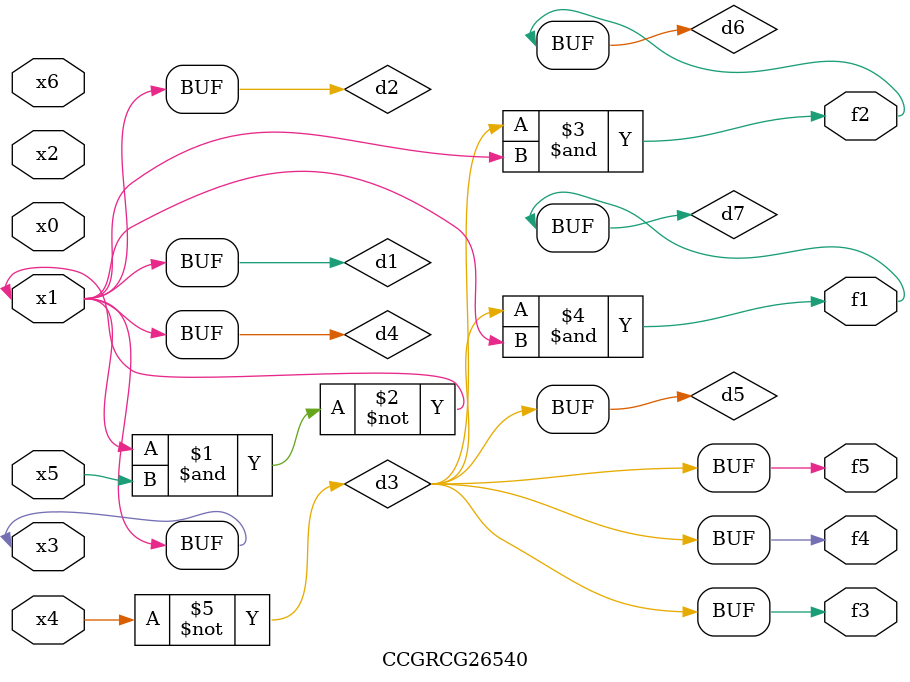
<source format=v>
module CCGRCG26540(
	input x0, x1, x2, x3, x4, x5, x6,
	output f1, f2, f3, f4, f5
);

	wire d1, d2, d3, d4, d5, d6, d7;

	buf (d1, x1, x3);
	nand (d2, x1, x5);
	not (d3, x4);
	buf (d4, d1, d2);
	buf (d5, d3);
	and (d6, d3, d4);
	and (d7, d3, d4);
	assign f1 = d7;
	assign f2 = d6;
	assign f3 = d5;
	assign f4 = d5;
	assign f5 = d5;
endmodule

</source>
